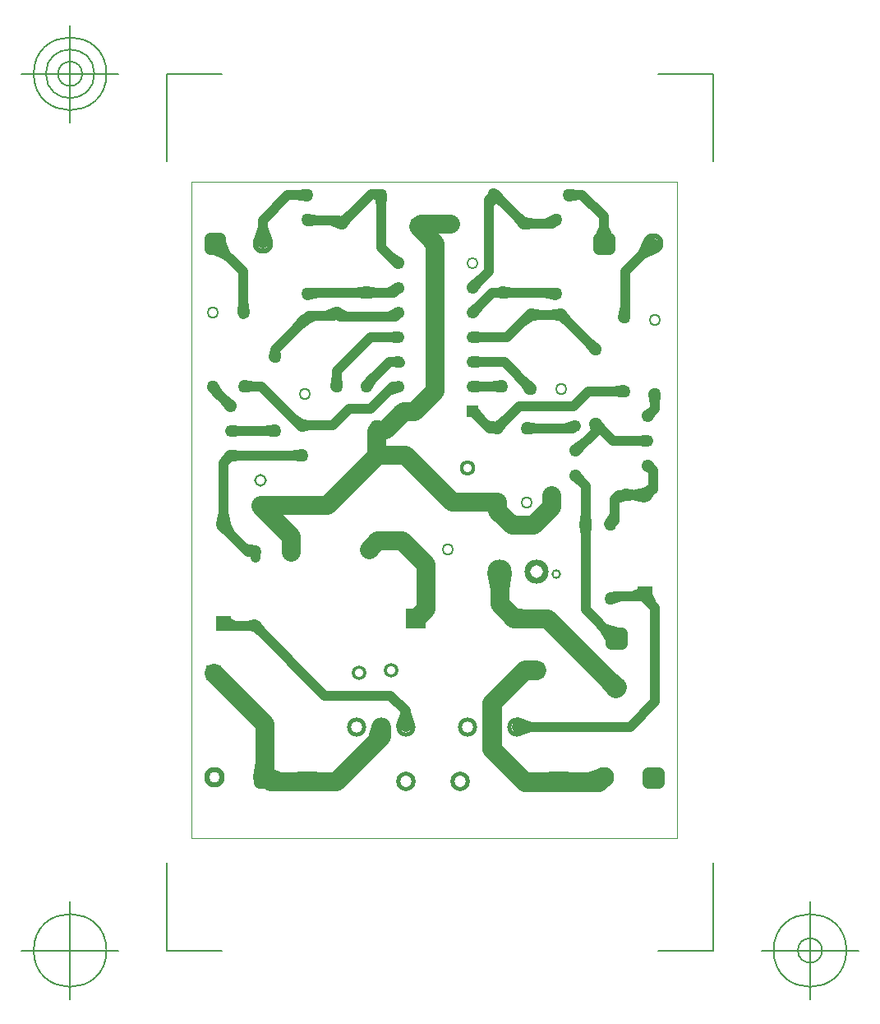
<source format=gbr>
G04 Generated by Ultiboard 11.0 *
%FSLAX25Y25*%
%MOMM*%

%ADD10C,1.90500*%
%ADD11C,2.03200*%
%ADD12C,1.01600*%
%ADD13C,0.12700*%
%ADD14C,0.00100*%
%ADD15C,1.00000X0.60000*%
%ADD16C,2.11684X1.10058*%
%ADD17R,0.95250X0.95250X1.29108*%
%ADD18C,1.29108*%
%ADD19C,2.00000X1.20000*%
%ADD20R,2.00000X2.00000X1.20000*%
%ADD21C,1.27000X0.88900*%
%ADD22C,1.24460X0.88900*%
%ADD23R,1.50000X1.50000X0.90000*%
%ADD24C,1.50000X0.90000*%
%ADD25C,1.31216X0.88900*%
%ADD26C,1.60884X0.88900*%
%ADD27C,1.98984X1.18542*%
%ADD28C,2.49784X1.31242*%
%ADD29R,1.24460X1.24460X0.88900*%


G04 ColorRGB 00FF00 for the following layer *
%LNCopper Top*%
%LPD*%
%FSLAX25Y25*%
%MOMM*%
G54D10*
X3149809Y-101809D02*
X3826838Y-101811D01*
X3826838Y-101811D02*
X4292600Y363952D01*
X3092450Y487750D02*
X3092450Y-34290D01*
X3087370Y-39370D02*
X3149809Y-101809D01*
X3379800Y-101810D02*
X3530457Y-96852D01*
X3530457Y-96852D02*
X3530457Y-106348D01*
X3530457Y-106348D02*
X3379800Y-101810D01*
G36*
X3379800Y-101810D02*
X3530457Y-96852D01*
X3530457Y-106348D01*
X3379800Y-101810D01*
G37*
X3379800Y-101810D02*
X3530457Y-96852D01*
X3530457Y-96852D02*
X3530457Y-106348D01*
X3530457Y-106348D02*
X3379800Y-101810D01*
X3681400Y-101811D02*
X3530756Y-106347D01*
X3530756Y-106347D02*
X3530756Y-96853D01*
X3530756Y-96853D02*
X3681400Y-101811D01*
G36*
X3681400Y-101811D02*
X3530756Y-106347D01*
X3530756Y-96853D01*
X3681400Y-101811D01*
G37*
X3681400Y-101811D02*
X3530756Y-106347D01*
X3530756Y-106347D02*
X3530756Y-96853D01*
X3530756Y-96853D02*
X3681400Y-101811D01*
X3245787Y-101809D02*
X3085365Y-78561D01*
X3085365Y-78561D02*
X3093631Y-45916D01*
X3093631Y-45916D02*
X3245787Y-101809D01*
G36*
X3245787Y-101809D02*
X3085365Y-78561D01*
X3093631Y-45916D01*
X3245787Y-101809D01*
G37*
X3245787Y-101809D02*
X3085365Y-78561D01*
X3085365Y-78561D02*
X3093631Y-45916D01*
X3093631Y-45916D02*
X3245787Y-101809D01*
X3092450Y101106D02*
X3104674Y-60530D01*
X3104674Y-60530D02*
X3071013Y-59568D01*
X3071013Y-59568D02*
X3092450Y101106D01*
G36*
X3092450Y101106D02*
X3104674Y-60530D01*
X3071013Y-59568D01*
X3092450Y101106D01*
G37*
X3092450Y101106D02*
X3104674Y-60530D01*
X3104674Y-60530D02*
X3071013Y-59568D01*
X3071013Y-59568D02*
X3092450Y101106D01*
X6716607Y863600D02*
X6005407Y1574800D01*
X2568800Y1011400D02*
X3092450Y487750D01*
X3361267Y2421890D02*
X3048000Y2735156D01*
X3048000Y2743200D02*
X3733800Y2743200D01*
X3733800Y2743200D02*
X4241800Y3251200D01*
X4241800Y3505200D02*
X4241800Y3251200D01*
X4540250Y3257550D02*
X5022850Y2774950D01*
X4241800Y3257550D02*
X4540250Y3257550D01*
X4748530Y1675130D02*
X4748530Y2134870D01*
X4748530Y1675130D02*
X4648200Y1574800D01*
X4748530Y2134870D02*
X4507230Y2376170D01*
X4727891Y1654491D02*
X4651697Y1571586D01*
X4651697Y1571586D02*
X4644986Y1578297D01*
X4644986Y1578297D02*
X4727891Y1654491D01*
G36*
X4727891Y1654491D02*
X4651697Y1571586D01*
X4644986Y1578297D01*
X4727891Y1654491D01*
G37*
X4727891Y1654491D02*
X4651697Y1571586D01*
X4651697Y1571586D02*
X4644986Y1578297D01*
X4644986Y1578297D02*
X4727891Y1654491D01*
X4292600Y363952D02*
X4292600Y457200D01*
X4243726Y315077D02*
X4288551Y458466D01*
X4288551Y458466D02*
X4296571Y455708D01*
X4296571Y455708D02*
X4243726Y315077D01*
G36*
X4243726Y315077D02*
X4288551Y458466D01*
X4296571Y455708D01*
X4243726Y315077D01*
G37*
X4243726Y315077D02*
X4288551Y458466D01*
X4288551Y458466D02*
X4296571Y455708D01*
X4296571Y455708D02*
X4243726Y315077D01*
X3361267Y2421890D02*
X3361267Y2260600D01*
X4507230Y2376170D02*
X4255770Y2376170D01*
X4255770Y2376170D02*
X4165600Y2286000D01*
X6005407Y1574800D02*
X5664200Y1574800D01*
X5511800Y2057400D02*
X5511800Y1727200D01*
X5511800Y1727200D02*
X5664200Y1574800D01*
X5815000Y1574800D02*
X5664350Y1570052D01*
X5664350Y1570052D02*
X5664350Y1579548D01*
X5664350Y1579548D02*
X5815000Y1574800D01*
G36*
X5815000Y1574800D02*
X5664350Y1570052D01*
X5664350Y1579548D01*
X5815000Y1574800D01*
G37*
X5815000Y1574800D02*
X5664350Y1570052D01*
X5664350Y1570052D02*
X5664350Y1579548D01*
X5664350Y1579548D02*
X5815000Y1574800D01*
X5557568Y1681432D02*
X5667451Y1578263D01*
X5667451Y1578263D02*
X5660737Y1571549D01*
X5660737Y1571549D02*
X5557568Y1681432D01*
G36*
X5557568Y1681432D02*
X5667451Y1578263D01*
X5660737Y1571549D01*
X5557568Y1681432D01*
G37*
X5557568Y1681432D02*
X5667451Y1578263D01*
X5667451Y1578263D02*
X5660737Y1571549D01*
X5660737Y1571549D02*
X5557568Y1681432D01*
X5858949Y2540000D02*
X5638800Y2540000D01*
X5492750Y2686050D02*
X5638800Y2540000D01*
X5022850Y2774950D02*
X5492750Y2774950D01*
X5492750Y2762250D02*
X5492750Y2686050D01*
X5511800Y1881708D02*
X5482583Y2052399D01*
X5482583Y2052399D02*
X5541017Y2052399D01*
X5541017Y2052399D02*
X5511800Y1881708D01*
G36*
X5511800Y1881708D02*
X5482583Y2052399D01*
X5541017Y2052399D01*
X5511800Y1881708D01*
G37*
X5511800Y1881708D02*
X5482583Y2052399D01*
X5482583Y2052399D02*
X5541017Y2052399D01*
X5541017Y2052399D02*
X5511800Y1881708D01*
X6045200Y2726252D02*
X5858949Y2540000D01*
X6045200Y2844800D02*
X6045200Y2726252D01*
X4673600Y5613400D02*
X4699000Y5638800D01*
X4699000Y5638800D02*
X5003800Y5638800D01*
X4849200Y5437800D02*
X4673600Y5613400D01*
X4635500Y3708400D02*
X4849200Y3922100D01*
X4849200Y3922100D02*
X4849200Y5437800D01*
X4521200Y3708400D02*
X4635500Y3708400D01*
X4259580Y3522980D02*
X4241800Y3505200D01*
X4335780Y3522980D02*
X4521200Y3708400D01*
X6605844Y974363D02*
X6723573Y871579D01*
X6723573Y871579D02*
X6708628Y856634D01*
X6708628Y856634D02*
X6605844Y974363D01*
G36*
X6605844Y974363D02*
X6723573Y871579D01*
X6708628Y856634D01*
X6605844Y974363D01*
G37*
X6605844Y974363D02*
X6723573Y871579D01*
X6723573Y871579D02*
X6708628Y856634D01*
X6708628Y856634D02*
X6605844Y974363D01*
G54D11*
X5775331Y-113030D02*
X6538382Y-113030D01*
X5775331Y-113030D02*
X5435600Y226701D01*
X6589607Y-61807D02*
X6538382Y-113030D01*
X6441577Y-113030D02*
X6588112Y-57837D01*
X6588112Y-57837D02*
X6590885Y-65851D01*
X6590885Y-65851D02*
X6441577Y-113030D01*
G36*
X6441577Y-113030D02*
X6588112Y-57837D01*
X6590885Y-65851D01*
X6441577Y-113030D01*
G37*
X6441577Y-113030D02*
X6588112Y-57837D01*
X6588112Y-57837D02*
X6590885Y-65851D01*
X6590885Y-65851D02*
X6441577Y-113030D01*
X5435600Y703580D02*
X5773420Y1041400D01*
X5435600Y226701D02*
X5435600Y703580D01*
X5773420Y1041400D02*
X5892800Y1041400D01*
G54D12*
X6589607Y5712460D02*
X6364817Y5937250D01*
X6364817Y5937250D02*
X6223000Y5937250D01*
X6290848Y3048000D02*
X6400800Y2938048D01*
X6502400Y3500120D02*
X6304280Y3302000D01*
X6400800Y2540000D02*
X6400800Y2938048D01*
X6400800Y1665579D02*
X6694779Y1371600D01*
X6400800Y1665579D02*
X6400800Y2938048D01*
X6859360Y459360D02*
X5759360Y459360D01*
X6583222Y3500578D02*
X6494473Y3571478D01*
X6494473Y3571478D02*
X6512323Y3589327D01*
X6512323Y3589327D02*
X6583222Y3500578D01*
G36*
X6583222Y3500578D02*
X6494473Y3571478D01*
X6512323Y3589327D01*
X6583222Y3500578D01*
G37*
X6583222Y3500578D02*
X6494473Y3571478D01*
X6494473Y3571478D02*
X6512323Y3589327D01*
X6512323Y3589327D02*
X6583222Y3500578D01*
X6502400Y3505200D02*
X6489878Y3579283D01*
X6489878Y3579283D02*
X6514922Y3579283D01*
X6514922Y3579283D02*
X6502400Y3505200D01*
G36*
X6502400Y3505200D02*
X6489878Y3579283D01*
X6514922Y3579283D01*
X6502400Y3505200D01*
G37*
X6502400Y3505200D02*
X6489878Y3579283D01*
X6489878Y3579283D02*
X6514922Y3579283D01*
X6514922Y3579283D02*
X6502400Y3505200D01*
X6337124Y5937250D02*
X6225110Y5918377D01*
X6225110Y5918377D02*
X6223708Y5943580D01*
X6223708Y5943580D02*
X6337124Y5937250D01*
G36*
X6337124Y5937250D02*
X6225110Y5918377D01*
X6223708Y5943580D01*
X6337124Y5937250D01*
G37*
X6337124Y5937250D02*
X6225110Y5918377D01*
X6225110Y5918377D02*
X6223708Y5943580D01*
X6223708Y5943580D02*
X6337124Y5937250D01*
X6377206Y3374926D02*
X6299068Y3294058D01*
X6299068Y3294058D02*
X6284394Y3311434D01*
X6284394Y3311434D02*
X6377206Y3374926D01*
G36*
X6377206Y3374926D02*
X6299068Y3294058D01*
X6284394Y3311434D01*
X6377206Y3374926D01*
G37*
X6377206Y3374926D02*
X6299068Y3294058D01*
X6299068Y3294058D02*
X6284394Y3311434D01*
X6284394Y3311434D02*
X6377206Y3374926D01*
X6370772Y2968076D02*
X6283624Y3039142D01*
X6283624Y3039142D02*
X6299706Y3055223D01*
X6299706Y3055223D02*
X6370772Y2968076D01*
G36*
X6370772Y2968076D02*
X6283624Y3039142D01*
X6299706Y3055223D01*
X6370772Y2968076D01*
G37*
X6370772Y2968076D02*
X6283624Y3039142D01*
X6283624Y3039142D02*
X6299706Y3055223D01*
X6299706Y3055223D02*
X6370772Y2968076D01*
X6400800Y2654300D02*
X6413421Y2541411D01*
X6413421Y2541411D02*
X6388179Y2541411D01*
X6388179Y2541411D02*
X6400800Y2654300D01*
G36*
X6400800Y2654300D02*
X6413421Y2541411D01*
X6388179Y2541411D01*
X6400800Y2654300D01*
G37*
X6400800Y2654300D02*
X6413421Y2541411D01*
X6413421Y2541411D02*
X6388179Y2541411D01*
X6388179Y2541411D02*
X6400800Y2654300D01*
X6400800Y2425700D02*
X6388179Y2538589D01*
X6388179Y2538589D02*
X6413421Y2538589D01*
X6413421Y2538589D02*
X6400800Y2425700D01*
G36*
X6400800Y2425700D02*
X6388179Y2538589D01*
X6413421Y2538589D01*
X6400800Y2425700D01*
G37*
X6400800Y2425700D02*
X6388179Y2538589D01*
X6388179Y2538589D02*
X6413421Y2538589D01*
X6413421Y2538589D02*
X6400800Y2425700D01*
X6400800Y2654300D02*
X6413421Y2541411D01*
X6413421Y2541411D02*
X6388179Y2541411D01*
X6388179Y2541411D02*
X6400800Y2654300D01*
G36*
X6400800Y2654300D02*
X6413421Y2541411D01*
X6388179Y2541411D01*
X6400800Y2654300D01*
G37*
X6400800Y2654300D02*
X6413421Y2541411D01*
X6413421Y2541411D02*
X6388179Y2541411D01*
X6388179Y2541411D02*
X6400800Y2654300D01*
X6502400Y4343400D02*
X6146800Y4699000D01*
X6426200Y3911600D02*
X6807200Y3911600D01*
X6273800Y3759200D02*
X6426200Y3911600D01*
X6421578Y4424222D02*
X6510327Y4353323D01*
X6510327Y4353323D02*
X6492478Y4335473D01*
X6492478Y4335473D02*
X6421578Y4424222D01*
G36*
X6421578Y4424222D02*
X6510327Y4353323D01*
X6492478Y4335473D01*
X6421578Y4424222D01*
G37*
X6421578Y4424222D02*
X6510327Y4353323D01*
X6510327Y4353323D02*
X6492478Y4335473D01*
X6492478Y4335473D02*
X6421578Y4424222D01*
X3329940Y5930900D02*
X3073400Y5674360D01*
X2997200Y1498600D02*
X3714318Y781482D01*
X3073400Y5592130D02*
X3130090Y5456877D01*
X3130090Y5456877D02*
X3027100Y5452977D01*
X3027100Y5452977D02*
X3073400Y5592130D01*
G36*
X3073400Y5592130D02*
X3130090Y5456877D01*
X3027100Y5452977D01*
X3073400Y5592130D01*
G37*
X3073400Y5592130D02*
X3130090Y5456877D01*
X3130090Y5456877D02*
X3027100Y5452977D01*
X3027100Y5452977D02*
X3073400Y5592130D01*
X2743200Y3251200D02*
X3479800Y3251200D01*
X3199250Y3506350D02*
X2744350Y3506350D01*
X3464367Y3556000D02*
X3057967Y3962400D01*
X3086106Y3506350D02*
X3199116Y3517835D01*
X3199116Y3517835D02*
X3198862Y3492594D01*
X3198862Y3492594D02*
X3086106Y3506350D01*
G36*
X3086106Y3506350D02*
X3199116Y3517835D01*
X3198862Y3492594D01*
X3086106Y3506350D01*
G37*
X3086106Y3506350D02*
X3199116Y3517835D01*
X3199116Y3517835D02*
X3198862Y3492594D01*
X3198862Y3492594D02*
X3086106Y3506350D01*
X3550410Y4693920D02*
X3200400Y4343910D01*
X3200400Y4343910D02*
X3200400Y4267200D01*
X3200400Y4343400D02*
X3212922Y4269317D01*
X3212922Y4269317D02*
X3187878Y4269317D01*
X3187878Y4269317D02*
X3200400Y4343400D01*
G36*
X3200400Y4343400D02*
X3212922Y4269317D01*
X3187878Y4269317D01*
X3200400Y4343400D01*
G37*
X3200400Y4343400D02*
X3212922Y4269317D01*
X3212922Y4269317D02*
X3187878Y4269317D01*
X3187878Y4269317D02*
X3200400Y4343400D01*
X2743200Y3251200D02*
X2667000Y3175000D01*
X2667000Y3175000D02*
X2667000Y2516160D01*
X2690216Y3198216D02*
X2733980Y3257955D01*
X2733980Y3257955D02*
X2749955Y3241979D01*
X2749955Y3241979D02*
X2690216Y3198216D01*
G36*
X2690216Y3198216D02*
X2733980Y3257955D01*
X2749955Y3241979D01*
X2690216Y3198216D01*
G37*
X2690216Y3198216D02*
X2733980Y3257955D01*
X2733980Y3257955D02*
X2749955Y3241979D01*
X2749955Y3241979D02*
X2690216Y3198216D01*
X2856230Y3251200D02*
X2744356Y3239829D01*
X2744356Y3239829D02*
X2744356Y3262571D01*
X2744356Y3262571D02*
X2856230Y3251200D01*
G36*
X2856230Y3251200D02*
X2744356Y3239829D01*
X2744356Y3262571D01*
X2856230Y3251200D01*
G37*
X2856230Y3251200D02*
X2744356Y3239829D01*
X2744356Y3239829D02*
X2744356Y3262571D01*
X2744356Y3262571D02*
X2856230Y3251200D01*
X2997200Y1498600D02*
X2901400Y1498600D01*
X2901400Y1498600D02*
X2900000Y1500000D01*
X2900000Y1500000D02*
X2667000Y1500000D01*
X2667000Y1500000D02*
X2667000Y1524000D01*
X2921000Y1498600D02*
X2995083Y1511122D01*
X2995083Y1511122D02*
X2995083Y1486078D01*
X2995083Y1486078D02*
X2921000Y1498600D01*
G36*
X2921000Y1498600D02*
X2995083Y1511122D01*
X2995083Y1486078D01*
X2921000Y1498600D01*
G37*
X2921000Y1498600D02*
X2995083Y1511122D01*
X2995083Y1511122D02*
X2995083Y1486078D01*
X2995083Y1486078D02*
X2921000Y1498600D01*
X3078022Y1417778D02*
X2989273Y1488678D01*
X2989273Y1488678D02*
X3007123Y1506527D01*
X3007123Y1506527D02*
X3078022Y1417778D01*
G36*
X3078022Y1417778D02*
X2989273Y1488678D01*
X3007123Y1506527D01*
X3078022Y1417778D01*
G37*
X3078022Y1417778D02*
X2989273Y1488678D01*
X2989273Y1488678D02*
X3007123Y1506527D01*
X3007123Y1506527D02*
X3078022Y1417778D01*
X2790489Y1500000D02*
X2667039Y1499800D01*
X2667039Y1499800D02*
X2676100Y1546424D01*
X2676100Y1546424D02*
X2790489Y1500000D01*
G36*
X2790489Y1500000D02*
X2667039Y1499800D01*
X2676100Y1546424D01*
X2790489Y1500000D01*
G37*
X2790489Y1500000D02*
X2667039Y1499800D01*
X2667039Y1499800D02*
X2676100Y1546424D01*
X2676100Y1546424D02*
X2790489Y1500000D01*
X2667000Y2516160D02*
X2922560Y2260600D01*
X2743232Y2439928D02*
X2650930Y2521906D01*
X2650930Y2521906D02*
X2688712Y2550688D01*
X2688712Y2550688D02*
X2743232Y2439928D01*
G36*
X2743232Y2439928D02*
X2650930Y2521906D01*
X2688712Y2550688D01*
X2743232Y2439928D01*
G37*
X2743232Y2439928D02*
X2650930Y2521906D01*
X2650930Y2521906D02*
X2688712Y2550688D01*
X2688712Y2550688D02*
X2743232Y2439928D01*
X2888190Y2294970D02*
X2999649Y2273062D01*
X2999649Y2273062D02*
X2992059Y2248987D01*
X2992059Y2248987D02*
X2888190Y2294970D01*
G36*
X2888190Y2294970D02*
X2999649Y2273062D01*
X2992059Y2248987D01*
X2888190Y2294970D01*
G37*
X2888190Y2294970D02*
X2999649Y2273062D01*
X2999649Y2273062D02*
X2992059Y2248987D01*
X2992059Y2248987D02*
X2888190Y2294970D01*
X2922560Y2260600D02*
X2997200Y2260600D01*
X2997200Y2260600D02*
X2997200Y2202800D01*
X2997200Y2202800D02*
X3000000Y2200000D01*
X2667000Y2665800D02*
X2690748Y2544655D01*
X2690748Y2544655D02*
X2643252Y2544655D01*
X2643252Y2544655D02*
X2667000Y2665800D01*
G36*
X2667000Y2665800D02*
X2690748Y2544655D01*
X2643252Y2544655D01*
X2667000Y2665800D01*
G37*
X2667000Y2665800D02*
X2690748Y2544655D01*
X2690748Y2544655D02*
X2643252Y2544655D01*
X2643252Y2544655D02*
X2667000Y2665800D01*
X2870200Y5145193D02*
X2870200Y4706789D01*
X2870200Y4838277D02*
X2892475Y4726890D01*
X2892475Y4726890D02*
X2867325Y4724721D01*
X2867325Y4724721D02*
X2870200Y4838277D01*
G36*
X2870200Y4838277D02*
X2892475Y4726890D01*
X2867325Y4724721D01*
X2870200Y4838277D01*
G37*
X2870200Y4838277D02*
X2892475Y4726890D01*
X2892475Y4726890D02*
X2867325Y4724721D01*
X2867325Y4724721D02*
X2870200Y4838277D01*
X2743200Y3759200D02*
X2565400Y3937000D01*
X2629597Y3872803D02*
X2549609Y3953457D01*
X2549609Y3953457D02*
X2569397Y3969131D01*
X2569397Y3969131D02*
X2629597Y3872803D01*
G36*
X2629597Y3872803D02*
X2549609Y3953457D01*
X2569397Y3969131D01*
X2629597Y3872803D01*
G37*
X2629597Y3872803D02*
X2549609Y3953457D01*
X2549609Y3953457D02*
X2569397Y3969131D01*
X2569397Y3969131D02*
X2629597Y3872803D01*
X3057967Y3962400D02*
X2875111Y3962400D01*
X2994321Y3962400D02*
X2881432Y3949779D01*
X2881432Y3949779D02*
X2881432Y3975021D01*
X2881432Y3975021D02*
X2994321Y3962400D01*
G36*
X2994321Y3962400D02*
X2881432Y3949779D01*
X2881432Y3975021D01*
X2994321Y3962400D01*
G37*
X2994321Y3962400D02*
X2881432Y3949779D01*
X2881432Y3949779D02*
X2881432Y3975021D01*
X2881432Y3975021D02*
X2994321Y3962400D01*
X2663276Y3839124D02*
X2750424Y3768058D01*
X2750424Y3768058D02*
X2734342Y3751977D01*
X2734342Y3751977D02*
X2663276Y3839124D01*
G36*
X2663276Y3839124D02*
X2750424Y3768058D01*
X2734342Y3751977D01*
X2663276Y3839124D01*
G37*
X2663276Y3839124D02*
X2750424Y3768058D01*
X2750424Y3768058D02*
X2734342Y3751977D01*
X2734342Y3751977D02*
X2663276Y3839124D01*
X2856224Y3506350D02*
X2744472Y3493841D01*
X2744472Y3493841D02*
X2744240Y3516583D01*
X2744240Y3516583D02*
X2856224Y3506350D01*
G36*
X2856224Y3506350D02*
X2744472Y3493841D01*
X2744240Y3516583D01*
X2856224Y3506350D01*
G37*
X2856224Y3506350D02*
X2744472Y3493841D01*
X2744472Y3493841D02*
X2744240Y3516583D01*
X2744240Y3516583D02*
X2856224Y3506350D01*
X3073400Y5674360D02*
X3073400Y5438563D01*
X2579793Y5435600D02*
X2870200Y5145193D01*
X2695037Y5320356D02*
X2555933Y5379049D01*
X2555933Y5379049D02*
X2636345Y5459461D01*
X2636345Y5459461D02*
X2695037Y5320356D01*
G36*
X2695037Y5320356D02*
X2555933Y5379049D01*
X2636345Y5459461D01*
X2695037Y5320356D01*
G37*
X2695037Y5320356D02*
X2555933Y5379049D01*
X2555933Y5379049D02*
X2636345Y5459461D01*
X2636345Y5459461D02*
X2695037Y5320356D01*
X3365500Y3251200D02*
X3478389Y3263821D01*
X3478389Y3263821D02*
X3478389Y3238579D01*
X3478389Y3238579D02*
X3365500Y3251200D01*
G36*
X3365500Y3251200D02*
X3478389Y3263821D01*
X3478389Y3238579D01*
X3365500Y3251200D01*
G37*
X3365500Y3251200D02*
X3478389Y3263821D01*
X3478389Y3263821D02*
X3478389Y3238579D01*
X3478389Y3238579D02*
X3365500Y3251200D01*
X3714318Y781482D02*
X4392405Y781482D01*
X4392405Y781482D02*
X4546600Y627287D01*
X4546600Y607492D02*
X4592666Y472975D01*
X4592666Y472975D02*
X4500535Y472975D01*
X4500535Y472975D02*
X4546600Y607492D01*
G36*
X4546600Y607492D02*
X4592666Y472975D01*
X4500535Y472975D01*
X4546600Y607492D01*
G37*
X4546600Y607492D02*
X4592666Y472975D01*
X4592666Y472975D02*
X4500535Y472975D01*
X4500535Y472975D02*
X4546600Y607492D01*
X4546600Y627287D02*
X4546600Y457200D01*
X5757200Y457200D02*
X5689600Y457200D01*
X5839876Y459360D02*
X5706036Y411366D01*
X5706036Y411366D02*
X5704712Y503488D01*
X5704712Y503488D02*
X5839876Y459360D01*
G36*
X5839876Y459360D02*
X5706036Y411366D01*
X5704712Y503488D01*
X5839876Y459360D01*
G37*
X5839876Y459360D02*
X5706036Y411366D01*
X5706036Y411366D02*
X5704712Y503488D01*
X5704712Y503488D02*
X5839876Y459360D01*
X3876040Y4683760D02*
X3835400Y4724400D01*
X4435435Y4683760D02*
X4476075Y4724400D01*
X4370604Y4683760D02*
X4470908Y4734595D01*
X4470908Y4734595D02*
X4479085Y4713374D01*
X4479085Y4713374D02*
X4370604Y4683760D01*
G36*
X4370604Y4683760D02*
X4470908Y4734595D01*
X4479085Y4713374D01*
X4370604Y4683760D01*
G37*
X4370604Y4683760D02*
X4470908Y4734595D01*
X4470908Y4734595D02*
X4479085Y4713374D01*
X4479085Y4713374D02*
X4370604Y4683760D01*
X3804920Y4693920D02*
X3835400Y4724400D01*
X3725239Y4693920D02*
X3830674Y4736188D01*
X3830674Y4736188D02*
X3837406Y4711859D01*
X3837406Y4711859D02*
X3725239Y4693920D01*
G36*
X3725239Y4693920D02*
X3830674Y4736188D01*
X3837406Y4711859D01*
X3725239Y4693920D01*
G37*
X3725239Y4693920D02*
X3830674Y4736188D01*
X3830674Y4736188D02*
X3837406Y4711859D01*
X3837406Y4711859D02*
X3725239Y4693920D01*
X3942231Y4683760D02*
X3832231Y4712102D01*
X3832231Y4712102D02*
X3841207Y4735695D01*
X3841207Y4735695D02*
X3942231Y4683760D01*
G36*
X3942231Y4683760D02*
X3832231Y4712102D01*
X3841207Y4735695D01*
X3942231Y4683760D01*
G37*
X3942231Y4683760D02*
X3832231Y4712102D01*
X3832231Y4712102D02*
X3841207Y4735695D01*
X3841207Y4735695D02*
X3942231Y4683760D01*
X3876040Y4683760D02*
X4435435Y4683760D01*
X4185920Y4470400D02*
X3835400Y4119880D01*
X3966210Y3736340D02*
X3796842Y3566972D01*
X4189055Y3736340D02*
X3966210Y3736340D01*
X3835400Y4119880D02*
X3835400Y3962400D01*
X3835400Y4076700D02*
X3848021Y3963811D01*
X3848021Y3963811D02*
X3822779Y3963811D01*
X3822779Y3963811D02*
X3835400Y4076700D01*
G36*
X3835400Y4076700D02*
X3848021Y3963811D01*
X3822779Y3963811D01*
X3835400Y4076700D01*
G37*
X3835400Y4076700D02*
X3848021Y3963811D01*
X3848021Y3963811D02*
X3822779Y3963811D01*
X3822779Y3963811D02*
X3835400Y4076700D01*
X3560622Y3566972D02*
X3490772Y3566972D01*
X3796842Y3566972D02*
X3560622Y3566972D01*
X3555206Y3566972D02*
X3483698Y3543913D01*
X3483698Y3543913D02*
X3480092Y3568697D01*
X3480092Y3568697D02*
X3555206Y3566972D01*
G36*
X3555206Y3566972D02*
X3483698Y3543913D01*
X3480092Y3568697D01*
X3555206Y3566972D01*
G37*
X3555206Y3566972D02*
X3483698Y3543913D01*
X3483698Y3543913D02*
X3480092Y3568697D01*
X3480092Y3568697D02*
X3555206Y3566972D01*
X3464367Y3556000D02*
X3479800Y3556000D01*
X3391630Y3628737D02*
X3486743Y3566634D01*
X3486743Y3566634D02*
X3470680Y3547162D01*
X3470680Y3547162D02*
X3391630Y3628737D01*
G36*
X3391630Y3628737D02*
X3486743Y3566634D01*
X3470680Y3547162D01*
X3391630Y3628737D01*
G37*
X3391630Y3628737D02*
X3486743Y3566634D01*
X3486743Y3566634D02*
X3470680Y3547162D01*
X3470680Y3547162D02*
X3391630Y3628737D01*
X3490772Y3566972D02*
X3479800Y3556000D01*
X3550410Y4693920D02*
X3804920Y4693920D01*
X3609958Y4693920D02*
X3511542Y4637197D01*
X3511542Y4637197D02*
X3501445Y4660332D01*
X3501445Y4660332D02*
X3609958Y4693920D01*
G36*
X3609958Y4693920D02*
X3511542Y4637197D01*
X3501445Y4660332D01*
X3609958Y4693920D01*
G37*
X3609958Y4693920D02*
X3511542Y4637197D01*
X3511542Y4637197D02*
X3501445Y4660332D01*
X3501445Y4660332D02*
X3609958Y4693920D01*
X3424123Y4567633D02*
X3495303Y4656158D01*
X3495303Y4656158D02*
X3513096Y4638253D01*
X3513096Y4638253D02*
X3424123Y4567633D01*
G36*
X3424123Y4567633D02*
X3495303Y4656158D01*
X3513096Y4638253D01*
X3424123Y4567633D01*
G37*
X3424123Y4567633D02*
X3495303Y4656158D01*
X3495303Y4656158D02*
X3513096Y4638253D01*
X3513096Y4638253D02*
X3424123Y4567633D01*
X4140200Y3979585D02*
X4140200Y3962400D01*
X4377015Y4216400D02*
X4140200Y3979585D01*
X4415115Y3962400D02*
X4476075Y3962400D01*
X4211972Y4051357D02*
X4150909Y3955573D01*
X4150909Y3955573D02*
X4131263Y3971424D01*
X4131263Y3971424D02*
X4211972Y4051357D01*
G36*
X4211972Y4051357D02*
X4150909Y3955573D01*
X4131263Y3971424D01*
X4211972Y4051357D01*
G37*
X4211972Y4051357D02*
X4150909Y3955573D01*
X4150909Y3955573D02*
X4131263Y3971424D01*
X4131263Y3971424D02*
X4211972Y4051357D01*
X4371711Y3918996D02*
X4470641Y3972456D01*
X4470641Y3972456D02*
X4479374Y3951457D01*
X4479374Y3951457D02*
X4371711Y3918996D01*
G36*
X4371711Y3918996D02*
X4470641Y3972456D01*
X4479374Y3951457D01*
X4371711Y3918996D01*
G37*
X4371711Y3918996D02*
X4470641Y3972456D01*
X4470641Y3972456D02*
X4479374Y3951457D01*
X4479374Y3951457D02*
X4371711Y3918996D01*
X4415115Y3962400D02*
X4189055Y3736340D01*
X4485937Y4206538D02*
X4488826Y4209426D01*
X4377015Y4216400D02*
X4476075Y4216400D01*
X4476075Y4470400D02*
X4185920Y4470400D01*
X4363045Y4470400D02*
X4474919Y4481771D01*
X4474919Y4481771D02*
X4474919Y4459029D01*
X4474919Y4459029D02*
X4363045Y4470400D01*
G36*
X4363045Y4470400D02*
X4474919Y4481771D01*
X4474919Y4459029D01*
X4363045Y4470400D01*
G37*
X4363045Y4470400D02*
X4474919Y4481771D01*
X4474919Y4481771D02*
X4474919Y4459029D01*
X4474919Y4459029D02*
X4363045Y4470400D01*
X4401145Y4216400D02*
X4474331Y4227696D01*
X4474331Y4227696D02*
X4474331Y4205104D01*
X4474331Y4205104D02*
X4401145Y4216400D01*
G36*
X4401145Y4216400D02*
X4474331Y4227696D01*
X4474331Y4205104D01*
X4401145Y4216400D01*
G37*
X4401145Y4216400D02*
X4474331Y4227696D01*
X4474331Y4227696D02*
X4474331Y4205104D01*
X4474331Y4205104D02*
X4401145Y4216400D01*
X3886200Y5640070D02*
X4189730Y5943600D01*
X3966385Y5720255D02*
X3896184Y5630951D01*
X3896184Y5630951D02*
X3878195Y5648660D01*
X3878195Y5648660D02*
X3966385Y5720255D01*
G36*
X3966385Y5720255D02*
X3896184Y5630951D01*
X3878195Y5648660D01*
X3966385Y5720255D01*
G37*
X3966385Y5720255D02*
X3896184Y5630951D01*
X3896184Y5630951D02*
X3878195Y5648660D01*
X3878195Y5648660D02*
X3966385Y5720255D01*
X3536950Y4927600D02*
X4425275Y4927600D01*
X4025900Y4927600D02*
X4138789Y4940222D01*
X4138789Y4940222D02*
X4138789Y4914979D01*
X4138789Y4914979D02*
X4025900Y4927600D01*
G36*
X4025900Y4927600D02*
X4138789Y4940222D01*
X4138789Y4914979D01*
X4025900Y4927600D01*
G37*
X4025900Y4927600D02*
X4138789Y4940222D01*
X4138789Y4940222D02*
X4138789Y4914979D01*
X4138789Y4914979D02*
X4025900Y4927600D01*
X3534410Y5673090D02*
X3851910Y5673090D01*
X3851910Y5673090D02*
X3886200Y5638800D01*
X3530600Y5676900D02*
X3534410Y5673090D01*
X3644837Y5673090D02*
X3531590Y5664239D01*
X3531590Y5664239D02*
X3532431Y5689467D01*
X3532431Y5689467D02*
X3644837Y5673090D01*
G36*
X3644837Y5673090D02*
X3531590Y5664239D01*
X3532431Y5689467D01*
X3644837Y5673090D01*
G37*
X3644837Y5673090D02*
X3531590Y5664239D01*
X3531590Y5664239D02*
X3532431Y5689467D01*
X3532431Y5689467D02*
X3644837Y5673090D01*
X3777165Y5673090D02*
X3888640Y5651263D01*
X3888640Y5651263D02*
X3881068Y5627183D01*
X3881068Y5627183D02*
X3777165Y5673090D01*
G36*
X3777165Y5673090D02*
X3888640Y5651263D01*
X3881068Y5627183D01*
X3777165Y5673090D01*
G37*
X3777165Y5673090D02*
X3888640Y5651263D01*
X3888640Y5651263D02*
X3881068Y5627183D01*
X3881068Y5627183D02*
X3777165Y5673090D01*
X3530600Y4914900D02*
X3535873Y4914900D01*
X3644192Y4927600D02*
X3533405Y4902514D01*
X3533405Y4902514D02*
X3530600Y4927600D01*
X3530600Y4927600D02*
X3644192Y4927600D01*
G36*
X3644192Y4927600D02*
X3533405Y4902514D01*
X3530600Y4927600D01*
X3644192Y4927600D01*
G37*
X3644192Y4927600D02*
X3533405Y4902514D01*
X3533405Y4902514D02*
X3530600Y4927600D01*
X3530600Y4927600D02*
X3644192Y4927600D01*
X3329940Y5930900D02*
X3530600Y5930900D01*
X3416300Y5930900D02*
X3529189Y5943521D01*
X3529189Y5943521D02*
X3529189Y5918279D01*
X3529189Y5918279D02*
X3416300Y5930900D01*
G36*
X3416300Y5930900D02*
X3529189Y5943521D01*
X3529189Y5918279D01*
X3416300Y5930900D01*
G37*
X3416300Y5930900D02*
X3529189Y5943521D01*
X3529189Y5943521D02*
X3529189Y5918279D01*
X3529189Y5918279D02*
X3416300Y5930900D01*
X4295775Y5395595D02*
X4295775Y5934075D01*
X4295775Y5395595D02*
X4456133Y5235237D01*
X4456133Y5235237D02*
X4470400Y5235237D01*
X4388057Y5303313D02*
X4482309Y5241980D01*
X4482309Y5241980D02*
X4468041Y5224270D01*
X4468041Y5224270D02*
X4388057Y5303313D01*
G36*
X4388057Y5303313D02*
X4482309Y5241980D01*
X4468041Y5224270D01*
X4388057Y5303313D01*
G37*
X4388057Y5303313D02*
X4482309Y5241980D01*
X4482309Y5241980D02*
X4468041Y5224270D01*
X4468041Y5224270D02*
X4388057Y5303313D01*
X4476075Y4978400D02*
X4425275Y4927600D01*
X4375104Y4927600D02*
X4469932Y4988039D01*
X4469932Y4988039D02*
X4480153Y4967722D01*
X4480153Y4967722D02*
X4375104Y4927600D01*
G36*
X4375104Y4927600D02*
X4469932Y4988039D01*
X4480153Y4967722D01*
X4375104Y4927600D01*
G37*
X4375104Y4927600D02*
X4469932Y4988039D01*
X4469932Y4988039D02*
X4480153Y4967722D01*
X4480153Y4967722D02*
X4375104Y4927600D01*
X4254500Y4927600D02*
X4141611Y4914979D01*
X4141611Y4914979D02*
X4141611Y4940222D01*
X4141611Y4940222D02*
X4254500Y4927600D01*
G36*
X4254500Y4927600D02*
X4141611Y4914979D01*
X4141611Y4940222D01*
X4254500Y4927600D01*
G37*
X4254500Y4927600D02*
X4141611Y4914979D01*
X4141611Y4914979D02*
X4141611Y4940222D01*
X4141611Y4940222D02*
X4254500Y4927600D01*
X4295775Y5816644D02*
X4280023Y5929139D01*
X4280023Y5929139D02*
X4305256Y5929840D01*
X4305256Y5929840D02*
X4295775Y5816644D01*
G36*
X4295775Y5816644D02*
X4280023Y5929139D01*
X4305256Y5929840D01*
X4295775Y5816644D01*
G37*
X4295775Y5816644D02*
X4280023Y5929139D01*
X4280023Y5929139D02*
X4305256Y5929840D01*
X4305256Y5929840D02*
X4295775Y5816644D01*
X4286250Y5943600D02*
X4295775Y5934075D01*
X4189730Y5943600D02*
X4286250Y5943600D01*
X4217466Y5943600D02*
X4292600Y5943600D01*
X4292600Y5943600D02*
X4288426Y5918906D01*
X4288426Y5918906D02*
X4217466Y5943600D01*
G36*
X4217466Y5943600D02*
X4292600Y5943600D01*
X4288426Y5918906D01*
X4217466Y5943600D01*
G37*
X4217466Y5943600D02*
X4292600Y5943600D01*
X4292600Y5943600D02*
X4288426Y5918906D01*
X4288426Y5918906D02*
X4217466Y5943600D01*
X5238075Y4724400D02*
X5441275Y4927600D01*
X5833195Y4699000D02*
X6146800Y4699000D01*
X5829385Y4695190D02*
X5833195Y4699000D01*
X6032500Y4699000D02*
X6145389Y4711621D01*
X6145389Y4711621D02*
X6145389Y4686379D01*
X6145389Y4686379D02*
X6032500Y4699000D01*
G36*
X6032500Y4699000D02*
X6145389Y4711621D01*
X6145389Y4686379D01*
X6032500Y4699000D01*
G37*
X6032500Y4699000D02*
X6145389Y4711621D01*
X6145389Y4711621D02*
X6145389Y4686379D01*
X6145389Y4686379D02*
X6032500Y4699000D01*
X6227622Y4618178D02*
X6138873Y4689078D01*
X6138873Y4689078D02*
X6156723Y4706927D01*
X6156723Y4706927D02*
X6227622Y4618178D01*
G36*
X6227622Y4618178D02*
X6138873Y4689078D01*
X6156723Y4706927D01*
X6227622Y4618178D01*
G37*
X6227622Y4618178D02*
X6138873Y4689078D01*
X6138873Y4689078D02*
X6156723Y4706927D01*
X6156723Y4706927D02*
X6227622Y4618178D01*
X5747097Y4623822D02*
X5823830Y4707579D01*
X5823830Y4707579D02*
X5840433Y4688565D01*
X5840433Y4688565D02*
X5747097Y4623822D01*
G36*
X5747097Y4623822D02*
X5823830Y4707579D01*
X5840433Y4688565D01*
X5747097Y4623822D01*
G37*
X5747097Y4623822D02*
X5823830Y4707579D01*
X5823830Y4707579D02*
X5840433Y4688565D01*
X5840433Y4688565D02*
X5747097Y4623822D01*
X5947495Y4699000D02*
X5834606Y4686379D01*
X5834606Y4686379D02*
X5834606Y4711621D01*
X5834606Y4711621D02*
X5947495Y4699000D01*
G36*
X5947495Y4699000D02*
X5834606Y4686379D01*
X5834606Y4711621D01*
X5947495Y4699000D01*
G37*
X5947495Y4699000D02*
X5834606Y4686379D01*
X5834606Y4686379D02*
X5834606Y4711621D01*
X5834606Y4711621D02*
X5947495Y4699000D01*
X5317999Y4804324D02*
X5246933Y4717177D01*
X5246933Y4717177D02*
X5230851Y4733258D01*
X5230851Y4733258D02*
X5317999Y4804324D01*
G36*
X5317999Y4804324D02*
X5246933Y4717177D01*
X5230851Y4733258D01*
X5317999Y4804324D01*
G37*
X5317999Y4804324D02*
X5246933Y4717177D01*
X5246933Y4717177D02*
X5230851Y4733258D01*
X5230851Y4733258D02*
X5317999Y4804324D01*
X5238075Y4216400D02*
X5562600Y4216400D01*
X5562600Y4216400D02*
X5838887Y3940113D01*
X5235237Y3962400D02*
X5537200Y3962400D01*
X5593675Y4470400D02*
X5818465Y4695190D01*
X5593675Y4470400D02*
X5238075Y4470400D01*
X5486400Y3530600D02*
X5715000Y3759200D01*
X5422900Y3962400D02*
X5535789Y3975021D01*
X5535789Y3975021D02*
X5535789Y3949779D01*
X5535789Y3949779D02*
X5422900Y3962400D01*
G36*
X5422900Y3962400D02*
X5535789Y3975021D01*
X5535789Y3949779D01*
X5422900Y3962400D01*
G37*
X5422900Y3962400D02*
X5535789Y3975021D01*
X5535789Y3975021D02*
X5535789Y3949779D01*
X5535789Y3949779D02*
X5422900Y3962400D01*
X5567222Y3611422D02*
X5496323Y3522673D01*
X5496323Y3522673D02*
X5478473Y3540523D01*
X5478473Y3540523D02*
X5567222Y3611422D01*
G36*
X5567222Y3611422D02*
X5496323Y3522673D01*
X5478473Y3540523D01*
X5567222Y3611422D01*
G37*
X5567222Y3611422D02*
X5496323Y3522673D01*
X5496323Y3522673D02*
X5478473Y3540523D01*
X5478473Y3540523D02*
X5567222Y3611422D01*
X5351105Y3962400D02*
X5239231Y3951029D01*
X5239231Y3951029D02*
X5239231Y3973771D01*
X5239231Y3973771D02*
X5351105Y3962400D01*
G36*
X5351105Y3962400D02*
X5239231Y3951029D01*
X5239231Y3973771D01*
X5351105Y3962400D01*
G37*
X5351105Y3962400D02*
X5239231Y3951029D01*
X5239231Y3951029D02*
X5239231Y3973771D01*
X5239231Y3973771D02*
X5351105Y3962400D01*
X5238075Y3708400D02*
X5415875Y3530600D01*
X5317999Y3628476D02*
X5230851Y3699542D01*
X5230851Y3699542D02*
X5246933Y3715624D01*
X5246933Y3715624D02*
X5317999Y3628476D01*
G36*
X5317999Y3628476D02*
X5230851Y3699542D01*
X5246933Y3715624D01*
X5317999Y3628476D01*
G37*
X5317999Y3628476D02*
X5230851Y3699542D01*
X5230851Y3699542D02*
X5246933Y3715624D01*
X5246933Y3715624D02*
X5317999Y3628476D01*
X5415875Y3530600D02*
X5486400Y3530600D01*
X5378413Y3568062D02*
X5489204Y3542987D01*
X5489204Y3542987D02*
X5480930Y3519138D01*
X5480930Y3519138D02*
X5378413Y3568062D01*
G36*
X5378413Y3568062D02*
X5489204Y3542987D01*
X5480930Y3519138D01*
X5378413Y3568062D01*
G37*
X5378413Y3568062D02*
X5489204Y3542987D01*
X5489204Y3542987D02*
X5480930Y3519138D01*
X5480930Y3519138D02*
X5378413Y3568062D01*
X5351105Y4470400D02*
X5239231Y4459029D01*
X5239231Y4459029D02*
X5239231Y4481771D01*
X5239231Y4481771D02*
X5351105Y4470400D01*
G36*
X5351105Y4470400D02*
X5239231Y4459029D01*
X5239231Y4481771D01*
X5351105Y4470400D01*
G37*
X5351105Y4470400D02*
X5239231Y4459029D01*
X5239231Y4459029D02*
X5239231Y4481771D01*
X5239231Y4481771D02*
X5351105Y4470400D01*
X5351105Y4216400D02*
X5239231Y4205029D01*
X5239231Y4205029D02*
X5239231Y4227771D01*
X5239231Y4227771D02*
X5351105Y4216400D01*
G36*
X5351105Y4216400D02*
X5239231Y4205029D01*
X5239231Y4227771D01*
X5351105Y4216400D01*
G37*
X5351105Y4216400D02*
X5239231Y4205029D01*
X5239231Y4205029D02*
X5239231Y4227771D01*
X5239231Y4227771D02*
X5351105Y4216400D01*
X5756895Y4022105D02*
X5841650Y3946476D01*
X5841650Y3946476D02*
X5822855Y3929625D01*
X5822855Y3929625D02*
X5756895Y4022105D01*
G36*
X5756895Y4022105D02*
X5841650Y3946476D01*
X5822855Y3929625D01*
X5756895Y4022105D01*
G37*
X5756895Y4022105D02*
X5841650Y3946476D01*
X5841650Y3946476D02*
X5822855Y3929625D01*
X5822855Y3929625D02*
X5756895Y4022105D01*
X6265448Y3530600D02*
X5791200Y3530600D01*
X5905500Y3530600D02*
X5792611Y3517979D01*
X5792611Y3517979D02*
X5792611Y3543221D01*
X5792611Y3543221D02*
X5905500Y3530600D01*
G36*
X5905500Y3530600D02*
X5792611Y3517979D01*
X5792611Y3543221D01*
X5905500Y3530600D01*
G37*
X5905500Y3530600D02*
X5792611Y3517979D01*
X5792611Y3517979D02*
X5792611Y3543221D01*
X5792611Y3543221D02*
X5905500Y3530600D01*
X5715000Y3759200D02*
X6273800Y3759200D01*
X6290848Y3556000D02*
X6265448Y3530600D01*
X6180709Y3530600D02*
X6287166Y3566821D01*
X6287166Y3566821D02*
X6292277Y3544660D01*
X6292277Y3544660D02*
X6180709Y3530600D01*
G36*
X6180709Y3530600D02*
X6287166Y3566821D01*
X6292277Y3544660D01*
X6180709Y3530600D01*
G37*
X6180709Y3530600D02*
X6287166Y3566821D01*
X6287166Y3566821D02*
X6292277Y3544660D01*
X6292277Y3544660D02*
X6180709Y3530600D01*
X5818465Y4695190D02*
X5829385Y4695190D01*
X5765800Y5638800D02*
X5455920Y5948680D01*
X5684978Y5719622D02*
X5773727Y5648723D01*
X5773727Y5648723D02*
X5755878Y5630873D01*
X5755878Y5630873D02*
X5684978Y5719622D01*
G36*
X5684978Y5719622D02*
X5773727Y5648723D01*
X5755878Y5630873D01*
X5684978Y5719622D01*
G37*
X5684978Y5719622D02*
X5773727Y5648723D01*
X5773727Y5648723D02*
X5755878Y5630873D01*
X5755878Y5630873D02*
X5684978Y5719622D01*
X5547923Y5856678D02*
X5453877Y5920385D01*
X5453877Y5920385D02*
X5470269Y5939582D01*
X5470269Y5939582D02*
X5547923Y5856678D01*
G36*
X5547923Y5856678D02*
X5453877Y5920385D01*
X5470269Y5939582D01*
X5547923Y5856678D01*
G37*
X5547923Y5856678D02*
X5453877Y5920385D01*
X5453877Y5920385D02*
X5470269Y5939582D01*
X5470269Y5939582D02*
X5547923Y5856678D01*
X5441275Y4927600D02*
X6089650Y4927600D01*
X5651500Y4927600D02*
X5538611Y4914979D01*
X5538611Y4914979D02*
X5538611Y4940222D01*
X5538611Y4940222D02*
X5651500Y4927600D01*
G36*
X5651500Y4927600D02*
X5538611Y4914979D01*
X5538611Y4940222D01*
X5651500Y4927600D01*
G37*
X5651500Y4927600D02*
X5538611Y4914979D01*
X5538611Y4914979D02*
X5538611Y4940222D01*
X5538611Y4940222D02*
X5651500Y4927600D01*
X5651500Y4927600D02*
X5538611Y4914979D01*
X5538611Y4914979D02*
X5538611Y4940222D01*
X5538611Y4940222D02*
X5651500Y4927600D01*
G36*
X5651500Y4927600D02*
X5538611Y4914979D01*
X5538611Y4940222D01*
X5651500Y4927600D01*
G37*
X5651500Y4927600D02*
X5538611Y4914979D01*
X5538611Y4914979D02*
X5538611Y4940222D01*
X5538611Y4940222D02*
X5651500Y4927600D01*
X5401905Y5884749D02*
X5401905Y5147905D01*
X5401905Y5147905D02*
X5234406Y4980406D01*
X5315111Y5061111D02*
X5247184Y4971496D01*
X5247184Y4971496D02*
X5230542Y4986996D01*
X5230542Y4986996D02*
X5315111Y5061111D01*
G36*
X5315111Y5061111D02*
X5247184Y4971496D01*
X5230542Y4986996D01*
X5315111Y5061111D01*
G37*
X5315111Y5061111D02*
X5247184Y4971496D01*
X5247184Y4971496D02*
X5230542Y4986996D01*
X5230542Y4986996D02*
X5315111Y5061111D01*
X5442976Y5948680D02*
X5455920Y5948680D01*
X5442976Y5948680D02*
X5473456Y5918200D01*
X5435356Y5918200D02*
X5401905Y5884749D01*
X5435356Y5918200D02*
X5473456Y5918200D01*
X5401905Y5833062D02*
X5449467Y5936218D01*
X5449467Y5936218D02*
X5471074Y5923167D01*
X5471074Y5923167D02*
X5401905Y5833062D01*
G36*
X5401905Y5833062D02*
X5449467Y5936218D01*
X5471074Y5923167D01*
X5401905Y5833062D01*
G37*
X5401905Y5833062D02*
X5449467Y5936218D01*
X5449467Y5936218D02*
X5471074Y5923167D01*
X5471074Y5923167D02*
X5401905Y5833062D01*
X6096000Y5676900D02*
X6057900Y5638800D01*
X6057900Y5638800D02*
X5765800Y5638800D01*
X5988237Y5638800D02*
X6090463Y5688329D01*
X6090463Y5688329D02*
X6098877Y5664530D01*
X6098877Y5664530D02*
X5988237Y5638800D01*
G36*
X5988237Y5638800D02*
X6090463Y5688329D01*
X6098877Y5664530D01*
X5988237Y5638800D01*
G37*
X5988237Y5638800D02*
X6090463Y5688329D01*
X6090463Y5688329D02*
X6098877Y5664530D01*
X6098877Y5664530D02*
X5988237Y5638800D01*
X5880100Y5638800D02*
X5767211Y5626179D01*
X5767211Y5626179D02*
X5767211Y5651421D01*
X5767211Y5651421D02*
X5880100Y5638800D01*
G36*
X5880100Y5638800D02*
X5767211Y5626179D01*
X5767211Y5651421D01*
X5880100Y5638800D01*
G37*
X5880100Y5638800D02*
X5767211Y5626179D01*
X5767211Y5626179D02*
X5767211Y5651421D01*
X5767211Y5651421D02*
X5880100Y5638800D01*
X5982408Y4927600D02*
X6096000Y4927600D01*
X6096000Y4927600D02*
X6093195Y4902514D01*
X6093195Y4902514D02*
X5982408Y4927600D01*
G36*
X5982408Y4927600D02*
X6096000Y4927600D01*
X6093195Y4902514D01*
X5982408Y4927600D01*
G37*
X5982408Y4927600D02*
X6096000Y4927600D01*
X6096000Y4927600D02*
X6093195Y4902514D01*
X6093195Y4902514D02*
X5982408Y4927600D01*
X7037656Y3149600D02*
X7087256Y3100000D01*
X7087256Y3100000D02*
X7100000Y3100000D01*
X7100000Y3100000D02*
X7100000Y2900000D01*
X7093820Y3100000D02*
X7031486Y3139979D01*
X7031486Y3139979D02*
X7046441Y3156913D01*
X7046441Y3156913D02*
X7093820Y3100000D01*
G36*
X7093820Y3100000D02*
X7031486Y3139979D01*
X7046441Y3156913D01*
X7093820Y3100000D01*
G37*
X7093820Y3100000D02*
X7031486Y3139979D01*
X7031486Y3139979D02*
X7046441Y3156913D01*
X7046441Y3156913D02*
X7093820Y3100000D01*
X7116840Y1683160D02*
X7116840Y716840D01*
X7116840Y1683160D02*
X7000000Y1800000D01*
X7116840Y716840D02*
X6859360Y459360D01*
X6694779Y1371600D02*
X6705600Y1371600D01*
X6590967Y1475412D02*
X6735005Y1430157D01*
X6735005Y1430157D02*
X6662569Y1342491D01*
X6662569Y1342491D02*
X6590967Y1475412D01*
G36*
X6590967Y1475412D02*
X6735005Y1430157D01*
X6662569Y1342491D01*
X6590967Y1475412D01*
G37*
X6590967Y1475412D02*
X6735005Y1430157D01*
X6735005Y1430157D02*
X6662569Y1342491D01*
X6662569Y1342491D02*
X6590967Y1475412D01*
X7100000Y2900000D02*
X7065600Y2900000D01*
X7010400Y1800000D02*
X6700000Y1800000D01*
X6700000Y1800000D02*
X6678000Y1778000D01*
X6766963Y1800000D02*
X6658614Y1765886D01*
X6658614Y1765886D02*
X6653755Y1790657D01*
X6653755Y1790657D02*
X6766963Y1800000D01*
G36*
X6766963Y1800000D02*
X6658614Y1765886D01*
X6653755Y1790657D01*
X6766963Y1800000D01*
G37*
X6766963Y1800000D02*
X6658614Y1765886D01*
X6658614Y1765886D02*
X6653755Y1790657D01*
X6653755Y1790657D02*
X6766963Y1800000D01*
X6887941Y1800000D02*
X7000432Y1850852D01*
X7000432Y1850852D02*
X7011305Y1804617D01*
X7011305Y1804617D02*
X6887941Y1800000D01*
G36*
X6887941Y1800000D02*
X7000432Y1850852D01*
X7011305Y1804617D01*
X6887941Y1800000D01*
G37*
X6887941Y1800000D02*
X7000432Y1850852D01*
X7000432Y1850852D02*
X7011305Y1804617D01*
X7011305Y1804617D02*
X6887941Y1800000D01*
X6678000Y1778000D02*
X6654800Y1778000D01*
X7010400Y1828800D02*
X7000000Y1828800D01*
X7010400Y1828800D02*
X7010400Y1800000D01*
X7000000Y1828800D02*
X7000000Y1800000D01*
X7077568Y1722432D02*
X6992806Y1812184D01*
X6992806Y1812184D02*
X7032965Y1837543D01*
X7032965Y1837543D02*
X7077568Y1722432D01*
G36*
X7077568Y1722432D02*
X6992806Y1812184D01*
X7032965Y1837543D01*
X7077568Y1722432D01*
G37*
X7077568Y1722432D02*
X6992806Y1812184D01*
X6992806Y1812184D02*
X7032965Y1837543D01*
X7032965Y1837543D02*
X7077568Y1722432D01*
X6744800Y2844800D02*
X6700000Y2800000D01*
X6700000Y2800000D02*
X6700000Y2585200D01*
X6700000Y2585200D02*
X6654800Y2540000D01*
X6744800Y2844800D02*
X7010400Y2844800D01*
X6700000Y2644983D02*
X6666951Y2536305D01*
X6666951Y2536305D02*
X6643766Y2546287D01*
X6643766Y2546287D02*
X6700000Y2644983D01*
G36*
X6700000Y2644983D02*
X6666951Y2536305D01*
X6643766Y2546287D01*
X6700000Y2644983D01*
G37*
X6700000Y2644983D02*
X6666951Y2536305D01*
X6666951Y2536305D02*
X6643766Y2546287D01*
X6643766Y2546287D02*
X6700000Y2644983D01*
X6884600Y2844800D02*
X7005745Y2868548D01*
X7005745Y2868548D02*
X7005745Y2821052D01*
X7005745Y2821052D02*
X6884600Y2844800D01*
G36*
X6884600Y2844800D02*
X7005745Y2868548D01*
X7005745Y2821052D01*
X6884600Y2844800D01*
G37*
X6884600Y2844800D02*
X7005745Y2868548D01*
X7005745Y2868548D02*
X7005745Y2821052D01*
X7005745Y2821052D02*
X6884600Y2844800D01*
X6701443Y2801443D02*
X6801107Y2855943D01*
X6801107Y2855943D02*
X6810682Y2832587D01*
X6810682Y2832587D02*
X6701443Y2801443D01*
G36*
X6701443Y2801443D02*
X6801107Y2855943D01*
X6810682Y2832587D01*
X6701443Y2801443D01*
G37*
X6701443Y2801443D02*
X6801107Y2855943D01*
X6801107Y2855943D02*
X6810682Y2832587D01*
X6810682Y2832587D02*
X6701443Y2801443D01*
X6921500Y2844800D02*
X6808611Y2832179D01*
X6808611Y2832179D02*
X6808611Y2857421D01*
X6808611Y2857421D02*
X6921500Y2844800D01*
G36*
X6921500Y2844800D02*
X6808611Y2832179D01*
X6808611Y2857421D01*
X6921500Y2844800D01*
G37*
X6921500Y2844800D02*
X6808611Y2832179D01*
X6808611Y2832179D02*
X6808611Y2857421D01*
X6808611Y2857421D02*
X6921500Y2844800D01*
X7065600Y2900000D02*
X7010400Y2844800D01*
X7078549Y2900000D02*
X7030230Y2830928D01*
X7030230Y2830928D02*
X7000949Y2867078D01*
X7000949Y2867078D02*
X7078549Y2900000D01*
G36*
X7078549Y2900000D02*
X7030230Y2830928D01*
X7000949Y2867078D01*
X7078549Y2900000D01*
G37*
X7078549Y2900000D02*
X7030230Y2830928D01*
X7030230Y2830928D02*
X7000949Y2867078D01*
X7000949Y2867078D02*
X7078549Y2900000D01*
X6807200Y5145193D02*
X6807200Y4678511D01*
X6807200Y4787477D02*
X6810074Y4673921D01*
X6810074Y4673921D02*
X6784925Y4676090D01*
X6784925Y4676090D02*
X6807200Y4787477D01*
G36*
X6807200Y4787477D02*
X6810074Y4673921D01*
X6784925Y4676090D01*
X6807200Y4787477D01*
G37*
X6807200Y4787477D02*
X6810074Y4673921D01*
X6810074Y4673921D02*
X6784925Y4676090D01*
X6784925Y4676090D02*
X6807200Y4787477D01*
X7037656Y3657600D02*
X7112000Y3731944D01*
X7112000Y3731944D02*
X7112000Y3886200D01*
X7112000Y3771900D02*
X7099379Y3884789D01*
X7099379Y3884789D02*
X7124621Y3884789D01*
X7124621Y3884789D02*
X7112000Y3771900D01*
G36*
X7112000Y3771900D02*
X7099379Y3884789D01*
X7124621Y3884789D01*
X7112000Y3771900D01*
G37*
X7112000Y3771900D02*
X7099379Y3884789D01*
X7099379Y3884789D02*
X7124621Y3884789D01*
X7124621Y3884789D02*
X7112000Y3771900D01*
X6683078Y3911600D02*
X6795967Y3924221D01*
X6795967Y3924221D02*
X6795967Y3898979D01*
X6795967Y3898979D02*
X6683078Y3911600D01*
G36*
X6683078Y3911600D02*
X6795967Y3924221D01*
X6795967Y3898979D01*
X6683078Y3911600D01*
G37*
X6683078Y3911600D02*
X6795967Y3924221D01*
X6795967Y3924221D02*
X6795967Y3898979D01*
X6795967Y3898979D02*
X6683078Y3911600D01*
X7037656Y3403600D02*
X6680200Y3403600D01*
X6680200Y3403600D02*
X6502400Y3581400D01*
X6502400Y3581400D02*
X6502400Y3500120D01*
X7090640Y3710583D02*
X7046877Y3650845D01*
X7046877Y3650845D02*
X7030901Y3666820D01*
X7030901Y3666820D02*
X7090640Y3710583D01*
G36*
X7090640Y3710583D02*
X7046877Y3650845D01*
X7030901Y3666820D01*
X7090640Y3710583D01*
G37*
X7090640Y3710583D02*
X7046877Y3650845D01*
X7046877Y3650845D02*
X7030901Y3666820D01*
X7030901Y3666820D02*
X7090640Y3710583D01*
X6924626Y3403600D02*
X7036500Y3414971D01*
X7036500Y3414971D02*
X7036500Y3392229D01*
X7036500Y3392229D02*
X6924626Y3403600D01*
G36*
X6924626Y3403600D02*
X7036500Y3414971D01*
X7036500Y3392229D01*
X6924626Y3403600D01*
G37*
X6924626Y3403600D02*
X7036500Y3414971D01*
X7036500Y3414971D02*
X7036500Y3392229D01*
X7036500Y3392229D02*
X6924626Y3403600D01*
X6986844Y5324838D02*
X7047492Y5458362D01*
X7047492Y5458362D02*
X7120369Y5385485D01*
X7120369Y5385485D02*
X6986844Y5324838D01*
G36*
X6986844Y5324838D02*
X7047492Y5458362D01*
X7120369Y5385485D01*
X6986844Y5324838D01*
G37*
X6986844Y5324838D02*
X7047492Y5458362D01*
X7047492Y5458362D02*
X7120369Y5385485D01*
X7120369Y5385485D02*
X6986844Y5324838D01*
X6589607Y5712460D02*
X6589607Y5435600D01*
X6589607Y5598579D02*
X6646467Y5458716D01*
X6646467Y5458716D02*
X6532747Y5458716D01*
X6532747Y5458716D02*
X6589607Y5598579D01*
G36*
X6589607Y5598579D02*
X6646467Y5458716D01*
X6532747Y5458716D01*
X6589607Y5598579D01*
G37*
X6589607Y5598579D02*
X6646467Y5458716D01*
X6646467Y5458716D02*
X6532747Y5458716D01*
X6532747Y5458716D02*
X6589607Y5598579D01*
X7097607Y5435600D02*
X6807200Y5145193D01*
G54D13*
X2088974Y-1842491D02*
X2088974Y-940068D01*
X2088974Y-1842491D02*
X2651397Y-1842491D01*
X7713204Y-1842491D02*
X7150781Y-1842491D01*
X7713204Y-1842491D02*
X7713204Y-940068D01*
X7713204Y7181739D02*
X7713204Y6279316D01*
X7713204Y7181739D02*
X7150781Y7181739D01*
X2088974Y7181739D02*
X2651397Y7181739D01*
X2088974Y7181739D02*
X2088974Y6279316D01*
X1588974Y-1842491D02*
X588974Y-1842491D01*
X1088974Y-2342491D02*
X1088974Y-1342491D01*
X713974Y-1842491D02*
G75*
D01*
G02X713974Y-1842491I375000J0*
G01*
X8213204Y-1842491D02*
X9213204Y-1842491D01*
X8713204Y-2342491D02*
X8713204Y-1342491D01*
X8338204Y-1842491D02*
G75*
D01*
G02X8338204Y-1842491I375000J0*
G01*
X8588204Y-1842491D02*
G75*
D01*
G02X8588204Y-1842491I125000J0*
G01*
X1588974Y7181739D02*
X588974Y7181739D01*
X1088974Y6681739D02*
X1088974Y7681739D01*
X713974Y7181739D02*
G75*
D01*
G02X713974Y7181739I375000J0*
G01*
X838974Y7181739D02*
G75*
D01*
G02X838974Y7181739I250000J0*
G01*
X963974Y7181739D02*
G75*
D01*
G02X963974Y7181739I125000J0*
G01*
X2088974Y-1842491D02*
X2088974Y-940068D01*
X2088974Y-1842491D02*
X2651397Y-1842491D01*
X7713204Y-1842491D02*
X7150781Y-1842491D01*
X7713204Y-1842491D02*
X7713204Y-940068D01*
X7713204Y7181739D02*
X7713204Y6279316D01*
X7713204Y7181739D02*
X7150781Y7181739D01*
X2088974Y7181739D02*
X2651397Y7181739D01*
X2088974Y7181739D02*
X2088974Y6279316D01*
X1588974Y-1842491D02*
X588974Y-1842491D01*
X1088974Y-2342491D02*
X1088974Y-1342491D01*
X713974Y-1842491D02*
G75*
D01*
G02X713974Y-1842491I375000J0*
G01*
X8213204Y-1842491D02*
X9213204Y-1842491D01*
X8713204Y-2342491D02*
X8713204Y-1342491D01*
X8338204Y-1842491D02*
G75*
D01*
G02X8338204Y-1842491I375000J0*
G01*
X8588204Y-1842491D02*
G75*
D01*
G02X8588204Y-1842491I125000J0*
G01*
X1588974Y7181739D02*
X588974Y7181739D01*
X1088974Y6681739D02*
X1088974Y7681739D01*
X713974Y7181739D02*
G75*
D01*
G02X713974Y7181739I375000J0*
G01*
X838974Y7181739D02*
G75*
D01*
G02X838974Y7181739I250000J0*
G01*
X963974Y7181739D02*
G75*
D01*
G02X963974Y7181739I125000J0*
G01*
G54D14*
X2336800Y-685800D02*
X7340600Y-685800D01*
X7340600Y-685800D02*
X7340600Y6070600D01*
X7340600Y6070600D02*
X2336800Y6070600D01*
X2336800Y6070600D02*
X2336800Y-685800D01*
G54D15*
X6096000Y2032000D03*
G54D16*
X2579793Y-61807D03*
X6589607Y-61807D03*
X6716607Y863600D03*
X7097607Y5435600D03*
X3079327Y5435600D03*
G54D17*
X3087793Y-61807D03*
X7097607Y-61807D03*
X6716607Y1371600D03*
X6589607Y5435600D03*
X2579793Y5435600D03*
G54D18*
X3040168Y-109432D02*
X3135418Y-109432D01*
X3135418Y-14182D01*
X3040168Y-14182D01*
X3040168Y-109432D01*D02*
X7049982Y-109432D02*
X7145232Y-109432D01*
X7145232Y-14182D01*
X7049982Y-14182D01*
X7049982Y-109432D01*D02*
X6668982Y1323975D02*
X6764232Y1323975D01*
X6764232Y1419225D01*
X6668982Y1419225D01*
X6668982Y1323975D01*D02*
X6541982Y5387975D02*
X6637232Y5387975D01*
X6637232Y5483225D01*
X6541982Y5483225D01*
X6541982Y5387975D01*D02*
X2532168Y5387975D02*
X2627418Y5387975D01*
X2627418Y5483225D01*
X2532168Y5483225D01*
X2532168Y5387975D01*D02*
G54D19*
X4546600Y-101600D03*
X5105400Y-101600D03*
X5664200Y1574800D03*
G54D20*
X3530600Y-101600D03*
X6121400Y-101600D03*
X4648200Y1574800D03*
G54D21*
X6400800Y2540000D03*
X5638800Y2540000D03*
X6045200Y2844800D03*
X6807200Y2844800D03*
X3200400Y3505200D03*
X3200400Y4267200D03*
X2997200Y1498600D03*
X2997200Y2260600D03*
X2558627Y4724400D03*
X2558627Y3962400D03*
X2880021Y4724400D03*
X2880021Y3962400D03*
X5486400Y2768600D03*
X5486400Y3530600D03*
X5791200Y2768600D03*
X5791200Y3530600D03*
X3479800Y3251200D03*
X4241800Y3251200D03*
X4627034Y2286000D03*
X4978400Y2286000D03*
X3361267Y2260600D03*
X4165600Y2260600D03*
X3835400Y4724400D03*
X3835400Y3962400D03*
X4140200Y3962400D03*
X4140200Y4927600D03*
X3479800Y3556000D03*
X4241800Y3556000D03*
X3505200Y3886200D03*
X3505200Y4648200D03*
X3530600Y5930900D03*
X4292600Y5930900D03*
X3886200Y5638800D03*
X4648200Y5638800D03*
X3530600Y5676900D03*
X3530600Y4914900D03*
X5537200Y3962400D03*
X5537200Y4927600D03*
X5833195Y3937000D03*
X5833195Y4699000D03*
X6146800Y3937000D03*
X6146800Y4699000D03*
X5461000Y5930900D03*
X6223000Y5930900D03*
X5003800Y5638800D03*
X5765800Y5638800D03*
X6096000Y5676900D03*
X6096000Y4914900D03*
X6654800Y1778000D03*
X6654800Y2540000D03*
X7112000Y3886200D03*
X7112000Y4648200D03*
X6797378Y3911600D03*
X6797378Y4673600D03*
X6502400Y3581400D03*
X6502400Y4343400D03*
G54D22*
X6290848Y3048000D03*
X6290848Y3556000D03*
X6290848Y3302000D03*
X2743200Y3251200D03*
X2743200Y3759200D03*
X2743200Y3505200D03*
X4476075Y4724400D03*
X4476075Y3962400D03*
X4476075Y3708400D03*
X4476075Y4216400D03*
X4476075Y4470400D03*
X4476075Y5232400D03*
X4476075Y4978400D03*
X5238075Y4724400D03*
X5238075Y3962400D03*
X5238075Y4216400D03*
X5238075Y4470400D03*
X5238075Y4978400D03*
X5238075Y5232400D03*
X7037656Y3149600D03*
X7037656Y3657600D03*
X7037656Y3403600D03*
G54D23*
X2568800Y1011400D03*
X2667000Y1524000D03*
X5892800Y1041400D03*
X7010400Y1828800D03*
G54D24*
X4068800Y1011400D03*
X2667000Y2540000D03*
X4392800Y1041400D03*
X7010400Y2844800D03*
G54D25*
X3048000Y2743200D03*
X3048000Y2997200D03*
G54D26*
X4673600Y3124200D03*
X5181600Y3124200D03*
G54D27*
X4038600Y457200D03*
X4292600Y457200D03*
X4546600Y457200D03*
X5689600Y457200D03*
X5181600Y457200D03*
X5435600Y457200D03*
G54D28*
X5892800Y2057400D03*
X5511800Y2057400D03*
G54D29*
X5238075Y3708400D03*

M00*

</source>
